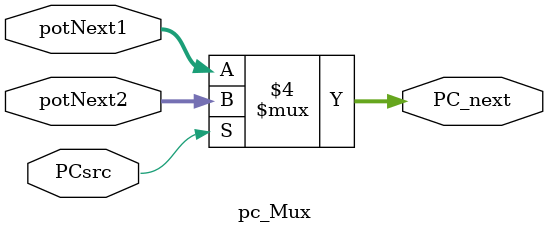
<source format=v>
module pc_Mux(PCsrc, potNext1, potNext2, PC_next);

input PCsrc;
input [31:0] potNext1;
input [31:0] potNext2;

output reg [31:0] PC_next;
/*
always @(PCsrc) begin
case(PCsrc)

1'b0: PC_next <= potNext1; //+4
1'b1: PC_next <= potNext2; //Jump

endcase
end
*/
always @(PCsrc) begin

if(PCsrc == 1) begin
PC_next <= potNext2;
end else begin
PC_next <= potNext1;
end

end

endmodule 
</source>
